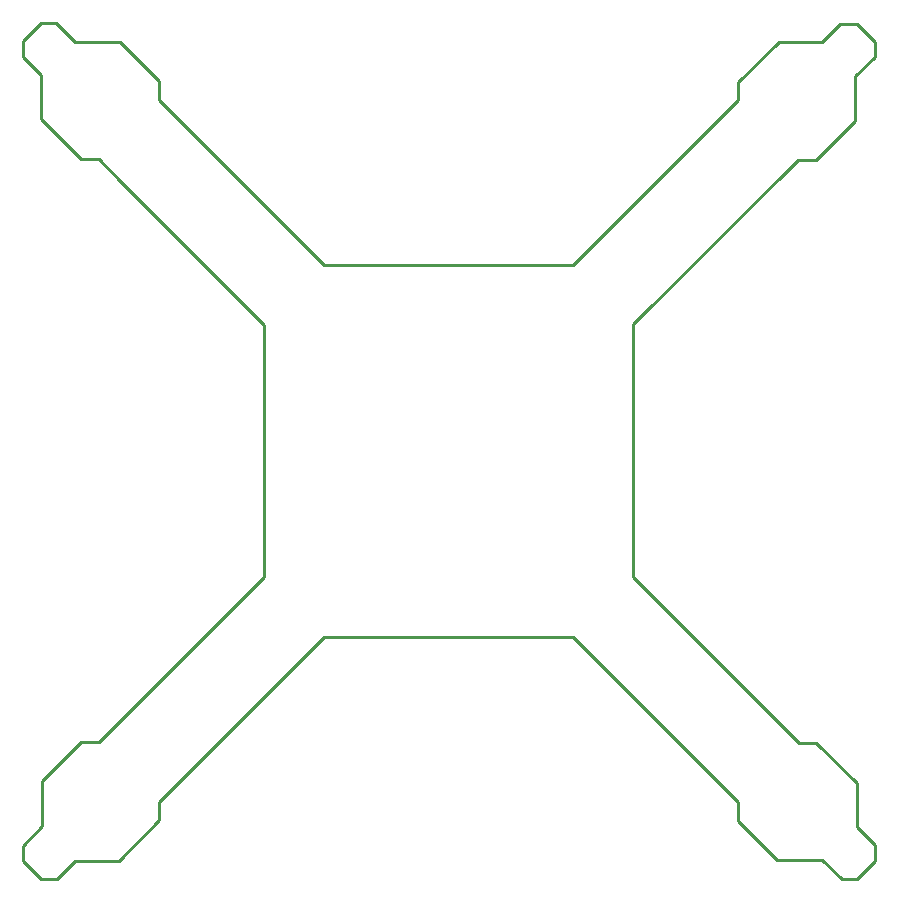
<source format=gko>
G04 ---------------------------- Layer name :KeepOutLayer*
G04 EasyEDA v5.6.15, Thu, 26 Jul 2018 23:30:40 GMT*
G04 3f3d84fbcde042cdb59b76facc9dedd5*
G04 Gerber Generator version 0.2*
G04 Scale: 100 percent, Rotated: No, Reflected: No *
G04 Dimensions in millimeters *
G04 leading zeros omitted , absolute positions ,3 integer and 3 decimal *
%FSLAX33Y33*%
%MOMM*%
G90*
G71D02*

%ADD10C,0.254000*%
G54D10*
G01X70612Y0D02*
G01X69342Y0D01*
G01X64897Y1651D02*
G01X64897Y1651D01*
G01X63881Y1651D01*
G01X60579Y4953D01*
G01X60579Y4953D02*
G01X60579Y6512D01*
G01X46609Y20482D01*
G01X72136Y2794D02*
G01X72136Y1524D01*
G01X51689Y25562D02*
G01X63883Y13365D01*
G01X65694Y11557D01*
G01X67183Y11557D01*
G01X70612Y8128D01*
G01X70612Y7366D01*
G01X72136Y1524D02*
G01X70612Y0D01*
G01X70612Y4445D02*
G01X72136Y2921D01*
G01X72136Y2794D01*
G01X69342Y0D02*
G01X67691Y1651D01*
G01X67691Y1651D02*
G01X67183Y1651D01*
G01X64897Y1651D01*
G01X70612Y7366D02*
G01X70612Y4953D01*
G01X70612Y4445D01*
G01X1524Y72501D02*
G01X2794Y72501D01*
G01X7239Y70850D02*
G01X7239Y70850D01*
G01X8255Y70850D01*
G01X11557Y67548D01*
G01X11557Y67548D02*
G01X11557Y65989D01*
G01X25527Y51978D01*
G01X0Y69707D02*
G01X0Y70977D01*
G01X20447Y46939D02*
G01X8252Y59136D01*
G01X6441Y60944D01*
G01X4953Y60944D01*
G01X1524Y64373D01*
G01X1524Y65135D01*
G01X0Y70977D02*
G01X1524Y72501D01*
G01X1524Y68056D02*
G01X0Y69580D01*
G01X0Y69707D01*
G01X2794Y72501D02*
G01X4445Y70850D01*
G01X4445Y70850D02*
G01X4953Y70850D01*
G01X7239Y70850D01*
G01X1524Y65135D02*
G01X1524Y67548D01*
G01X1524Y68056D01*
G01X72136Y70901D02*
G01X72136Y69631D01*
G01X70485Y65186D02*
G01X70485Y65186D01*
G01X70485Y64170D01*
G01X67183Y60868D01*
G01X67183Y60868D02*
G01X65623Y60868D01*
G01X51689Y46949D01*
G01X69342Y72425D02*
G01X70612Y72425D01*
G01X46573Y51978D02*
G01X58770Y64173D01*
G01X60579Y65984D01*
G01X60579Y67472D01*
G01X64008Y70901D01*
G01X64770Y70901D01*
G01X70612Y72425D02*
G01X72136Y70901D01*
G01X67691Y70901D02*
G01X69215Y72425D01*
G01X69342Y72425D01*
G01X72136Y69631D02*
G01X70485Y67980D01*
G01X70485Y67980D02*
G01X70485Y67472D01*
G01X70485Y65186D01*
G01X64770Y70901D02*
G01X67183Y70901D01*
G01X67691Y70901D01*
G01X20447Y25562D02*
G01X20447Y46898D01*
G01X46609Y20482D02*
G01X25527Y20482D01*
G01X51689Y46949D02*
G01X51689Y25562D01*
G01X25527Y51978D02*
G01X46583Y51978D01*
G01X25527Y20482D02*
G01X11557Y6512D01*
G01X11557Y4988D01*
G01X8128Y1559D01*
G01X4445Y1559D01*
G01X2921Y35D01*
G01X1524Y35D01*
G01X0Y1559D01*
G01X0Y2829D01*
G01X1651Y4480D01*
G01X1651Y8290D01*
G01X4953Y11592D01*
G01X6477Y11592D01*
G01X20447Y25562D01*

%LPD*%
M00*
M02*

</source>
